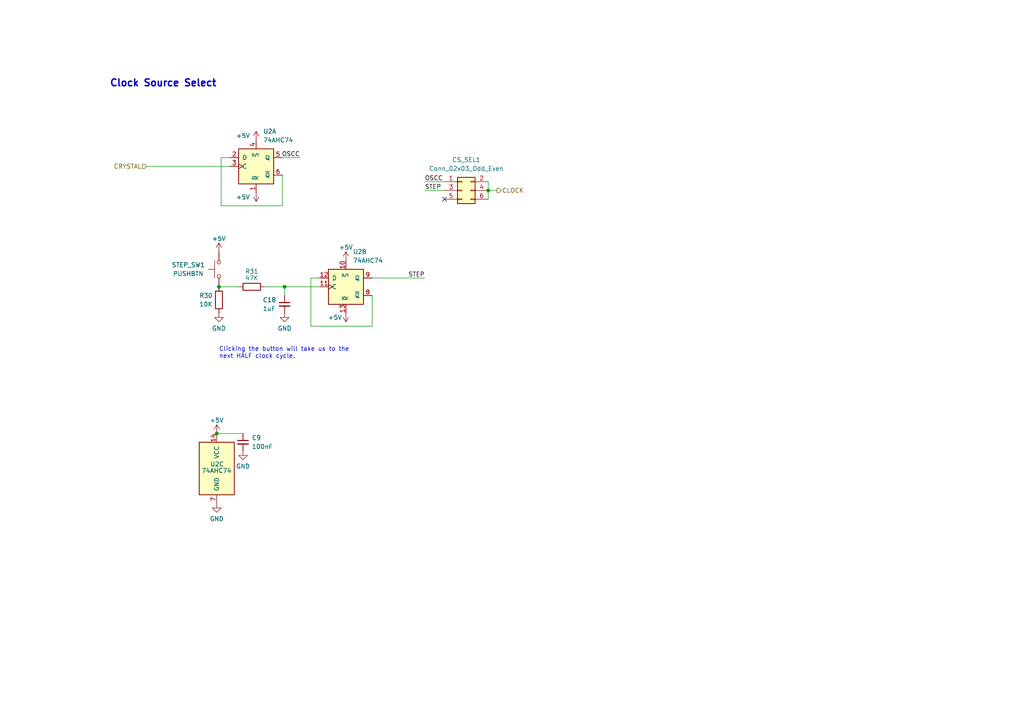
<source format=kicad_sch>
(kicad_sch (version 20211123) (generator eeschema)
  (paper "A4")
  (title_block (title "8puter") (rev "1.0") (company "zrthxn"))
  (lib_symbols
    (symbol "74xx:74HC74" (pin_names (offset 1.016))
      (property "Reference" "U" (at -7.62 8.89 0))
      (property "Value" "74HC74" (at -7.62 -8.89 0))
      (symbol "74HC74_1_0"
        (pin input line (at 0 -7.62 90) (length 2.54) (name "~{R}") (number "1"))
        (pin input line (at -7.62 2.54 0) (length 2.54) (name "D") (number "2"))
        (pin input clock (at -7.62 0 0) (length 2.54) (name "C") (number "3"))
        (pin input line (at 0 7.62 270) (length 2.54) (name "~{S}") (number "4"))
        (pin output line (at 7.62 2.54 180) (length 2.54) (name "Q") (number "5"))
        (pin output line (at 7.62 -2.54 180) (length 2.54) (name "~{Q}") (number "6"))
      )
      (symbol "74HC74_1_1"
        (rectangle (start -5.08 5.08) (end 5.08 -5.08) (stroke (width 0.254)) (fill (type background)))
      )
      (symbol "74HC74_2_0"
        (pin input line (at 0 7.62 270) (length 2.54) (name "~{S}") (number "10"))
        (pin input clock (at -7.62 0 0) (length 2.54) (name "C") (number "11"))
        (pin input line (at -7.62 2.54 0) (length 2.54) (name "D") (number "12"))
        (pin input line (at 0 -7.62 90) (length 2.54) (name "~{R}") (number "13"))
        (pin output line (at 7.62 -2.54 180) (length 2.54) (name "~{Q}") (number "8"))
        (pin output line (at 7.62 2.54 180) (length 2.54) (name "Q") (number "9"))
      )
      (symbol "74HC74_2_1"
        (rectangle (start -5.08 5.08) (end 5.08 -5.08) (stroke (width 0.254)) (fill (type background)))
      )
      (symbol "74HC74_3_0"
        (pin power_in line (at 0 10.16 270) (length 2.54) (name "VCC") (number "14"))
        (pin power_in line (at 0 -10.16 90) (length 2.54) (name "GND") (number "7"))
      )
      (symbol "74HC74_3_1"
        (rectangle (start -5.08 7.62) (end 5.08 -7.62) (stroke (width 0.254)) (fill (type background)))
      )
    )
    (symbol "Connector_Generic:Conn_02x03_Odd_Even" (pin_names (offset 1.016) hide)
      (property "Reference" "J" (at 1.27 5.08 0))
      (property "Value" "Conn_02x03_Odd_Even" (at 1.27 -5.08 0))
      (symbol "Conn_02x03_Odd_Even_1_1"
        (rectangle (start -1.27 -2.413) (end 0 -2.667) (stroke (width 0.1524)))
        (rectangle (start -1.27 0.127) (end 0 -0.127) (stroke (width 0.1524)))
        (rectangle (start -1.27 2.667) (end 0 2.413) (stroke (width 0.1524)))
        (rectangle (start -1.27 3.81) (end 3.81 -3.81) (stroke (width 0.254)) (fill (type background)))
        (rectangle (start 3.81 -2.413) (end 2.54 -2.667) (stroke (width 0.1524)))
        (rectangle (start 3.81 0.127) (end 2.54 -0.127) (stroke (width 0.1524)))
        (rectangle (start 3.81 2.667) (end 2.54 2.413) (stroke (width 0.1524)))
        (pin passive line (at -5.08 2.54 0) (length 3.81) (name "Pin_1") (number "1"))
        (pin passive line (at 7.62 2.54 180) (length 3.81) (name "Pin_2") (number "2"))
        (pin passive line (at -5.08 0 0) (length 3.81) (name "Pin_3") (number "3"))
        (pin passive line (at 7.62 0 180) (length 3.81) (name "Pin_4") (number "4"))
        (pin passive line (at -5.08 -2.54 0) (length 3.81) (name "Pin_5") (number "5"))
        (pin passive line (at 7.62 -2.54 180) (length 3.81) (name "Pin_6") (number "6"))
      )
    )
    (symbol "Device:C_Small" (pin_numbers hide) (pin_names (offset 0.254) hide)
      (property "Reference" "C" (at 0.254 1.778 0))
      (property "Value" "C_Small" (at 0.254 -2.032 0))
      (symbol "C_Small_0_1"
        (polyline (pts (xy -1.524 -0.508) (xy 1.524 -0.508)) (stroke (width 0.3302)))
        (polyline (pts (xy -1.524 0.508) (xy 1.524 0.508)) (stroke (width 0.3048)))
      )
      (symbol "C_Small_1_1"
        (pin passive line (at 0 2.54 270) (length 2.032) (name "~") (number "1"))
        (pin passive line (at 0 -2.54 90) (length 2.032) (name "~") (number "2"))
      )
    )
    (symbol "Device:R" (pin_numbers hide) (pin_names (offset 0))
      (property "Reference" "R" (at 2.032 0 90))
      (property "Value" "R" (at 0 0 90))
      (symbol "R_0_1"
        (rectangle (start -1.016 -2.54) (end 1.016 2.54) (stroke (width 0.254)))
      )
      (symbol "R_1_1"
        (pin passive line (at 0 3.81 270) (length 1.27) (name "~") (number "1"))
        (pin passive line (at 0 -3.81 90) (length 1.27) (name "~") (number "2"))
      )
    )
    (symbol "Switch:SW_Push" (pin_numbers hide) (pin_names (offset 1.016) hide)
      (property "Reference" "SW" (at 1.27 2.54 0))
      (property "Value" "SW_Push" (at 0 -1.524 0))
      (symbol "SW_Push_0_1"
        (circle (center -2.032 0) (radius 0.508))
        (polyline (pts (xy 0 1.27) (xy 0 3.048)))
        (polyline (pts (xy 2.54 1.27) (xy -2.54 1.27)))
        (circle (center 2.032 0) (radius 0.508))
        (pin passive line (at -5.08 0 0) (length 2.54) (name "1") (number "1"))
        (pin passive line (at 5.08 0 180) (length 2.54) (name "2") (number "2"))
      )
    )
    (symbol "power:+5V" (power) (pin_names (offset 0))
      (property "Value" "+5V" (at 0 3.556 0))
      (symbol "+5V_0_1"
        (polyline (pts (xy -0.762 1.27) (xy 0 2.54)))
        (polyline (pts (xy 0 0) (xy 0 2.54)))
        (polyline (pts (xy 0 2.54) (xy 0.762 1.27)))
      )
      (symbol "+5V_1_1"
        (pin power_in line (at 0 0 90) (length 0) hide (name "+5V") (number "1"))
      )
    )
    (symbol "power:GND" (power) (pin_names (offset 0))
      (property "Value" "GND" (at 0 -3.81 0))
      (symbol "GND_0_1"
        (polyline (pts (xy 0 0) (xy 0 -1.27) (xy 1.27 -1.27) (xy 0 -2.54) (xy -1.27 -1.27) (xy 0 -1.27)))
      )
      (symbol "GND_1_1"
        (pin power_in line (at 0 0 270) (length 0) hide (name "GND") (number "1"))
      )
    )
  )
  (junction (at 82.55 83.185))
  (junction (at 141.605 55.245))
  (junction (at 63.5 83.185))
  (junction (at 62.865 125.73))
  (no_connect (at 128.905 57.785))
  (wire (pts (xy 90.17 94.615) (xy 107.95 94.615)))
  (wire (pts (xy 92.71 80.645) (xy 90.17 80.645)))
  (wire (pts (xy 42.545 48.26) (xy 66.675 48.26)))
  (wire (pts (xy 66.675 45.72) (xy 64.135 45.72)))
  (wire (pts (xy 63.5 83.185) (xy 69.215 83.185)))
  (wire (pts (xy 62.865 125.73) (xy 70.485 125.73)))
  (wire (pts (xy 76.835 83.185) (xy 82.55 83.185)))
  (wire (pts (xy 81.915 45.72) (xy 86.995 45.72)))
  (wire (pts (xy 107.95 80.645) (xy 123.19 80.645)))
  (wire (pts (xy 90.17 80.645) (xy 90.17 94.615)))
  (wire (pts (xy 123.19 55.245) (xy 128.905 55.245)))
  (wire (pts (xy 82.55 83.185) (xy 82.55 85.725)))
  (wire (pts (xy 64.135 59.69) (xy 81.915 59.69)))
  (wire (pts (xy 141.605 55.245) (xy 141.605 57.785)))
  (wire (pts (xy 82.55 83.185) (xy 92.71 83.185)))
  (wire (pts (xy 107.95 94.615) (xy 107.95 85.725)))
  (wire (pts (xy 123.19 52.705) (xy 128.905 52.705)))
  (wire (pts (xy 81.915 59.69) (xy 81.915 50.8)))
  (wire (pts (xy 141.605 55.245) (xy 144.145 55.245)))
  (wire (pts (xy 141.605 52.705) (xy 141.605 55.245)))
  (wire (pts (xy 64.135 45.72) (xy 64.135 59.69)))
  (text "Clicking the button will take us to the \nnext HALF clock cycle." (at 63.5 104.14 0) (effects (font (size 1.27 1.27)) (justify left bottom)))
  (text "Clock Source Select" (at 31.75 25.4 0) (effects (font (size 2 2) bold) (justify left bottom)))
  (label "STEP" (at 123.19 55.245 0))
  (label "STEP" (at 123.19 80.645 180))
  (label "OSCC" (at 123.19 52.705 0))
  (label "OSCC" (at 86.995 45.72 180))
  (hierarchical_label "CRYSTAL" (shape input) (at 42.545 48.26 180))
  (hierarchical_label "CLOCK" (shape output) (at 144.145 55.245 0))
  (symbol (lib_id "Connector_Generic:Conn_02x03_Odd_Even") (at 133.985 55.245 0) (unit 1)
    (property "Reference" "CS_SEL1" (at 135.255 46.355 0))
    (property "Value" "Conn_02x03_Odd_Even" (at 135.255 48.895 0))
    (property "Footprint" "Connector_PinHeader_2.00mm:PinHeader_2x03_P2.00mm_Vertical" (effects hide))
  )
  (symbol (lib_id "74xx:74HC74") (at 74.295 48.26 0) (unit 1)
    (property "Reference" "U2" (at 76.3144 38.1 0) (effects (justify left)))
    (property "Value" "74AHC74" (at 76.3144 40.64 0) (effects (justify left)))
    (property "Footprint" "Package_SO:TSSOP-14_4.4x5mm_P0.65mm" (effects hide))
    (property "Datasheet" "https://assets.nexperia.com/documents/data-sheet/74AHC_AHCT74.pdf" (effects hide))
  )
  (symbol (lib_id "74xx:74HC74") (at 100.33 83.185 0) (unit 2)
    (property "Reference" "U2" (at 102.3494 73.025 0) (effects (justify left)))
    (property "Value" "74AHC74" (at 102.3494 75.565 0) (effects (justify left)))
    (property "Footprint" "Package_SO:TSSOP-14_4.4x5mm_P0.65mm" (effects hide))
    (property "Datasheet" "https://assets.nexperia.com/documents/data-sheet/74AHC_AHCT74.pdf" (effects hide))
  )
  (symbol (lib_id "power:+5V") (at 100.33 90.805 180) (unit 1)
    (property "Reference" "#PWR0127" (effects hide))
    (property "Value" "+5V" (at 97.155 92.075 0))
  )
  (symbol (lib_id "power:GND") (at 63.5 90.805 0) (unit 1)
    (property "Reference" "#PWR0122" (effects hide))
    (property "Value" "GND" (at 63.5 95.25 0))
  )
  (symbol (lib_id "Device:C_Small") (at 70.485 128.27 0) (unit 1)
    (property "Reference" "C9" (at 73.025 127.0062 0) (effects (justify left)))
    (property "Value" "100nF" (at 73.025 129.5462 0) (effects (justify left)))
    (property "Footprint" "Capacitor_SMD:C_0805_2012Metric" (effects hide))
  )
  (symbol (lib_id "Device:R") (at 73.025 83.185 90) (unit 1)
    (property "Reference" "R31" (at 73.025 78.74 90))
    (property "Value" "47K" (at 73.025 80.645 90))
    (property "Footprint" "Resistor_SMD:R_0805_2012Metric" (effects hide))
  )
  (symbol (lib_id "power:GND") (at 62.865 146.05 0) (unit 1)
    (property "Reference" "#PWR0142" (effects hide))
    (property "Value" "GND" (at 62.865 150.495 0))
  )
  (symbol (lib_id "power:GND") (at 82.55 90.805 0) (unit 1)
    (property "Reference" "#PWR014" (effects hide))
    (property "Value" "GND" (at 82.55 95.25 0))
  )
  (symbol (lib_id "Switch:SW_Push") (at 63.5 78.105 90) (unit 1)
    (property "Reference" "STEP_SW1" (at 54.61 76.835 90))
    (property "Value" "PUSHBTN" (at 54.61 79.375 90))
    (property "Footprint" "Button_Switch_THT:SW_PUSH_6mm_H13mm" (effects hide))
  )
  (symbol (lib_id "power:GND") (at 70.485 130.81 0) (unit 1)
    (property "Reference" "#PWR0128" (effects hide))
    (property "Value" "GND" (at 70.485 135.255 0))
  )
  (symbol (lib_id "power:+5V") (at 74.295 40.64 0) (unit 1)
    (property "Reference" "#PWR01" (effects hide))
    (property "Value" "+5V" (at 70.485 39.37 0))
  )
  (symbol (lib_id "power:+5V") (at 62.865 125.73 0) (unit 1)
    (property "Reference" "#PWR0143" (effects hide))
    (property "Value" "+5V" (at 62.865 121.92 0))
  )
  (symbol (lib_id "power:+5V") (at 74.295 55.88 180) (unit 1)
    (property "Reference" "#PWR02" (effects hide))
    (property "Value" "+5V" (at 70.485 57.15 0))
  )
  (symbol (lib_id "power:+5V") (at 63.5 73.025 0) (unit 1)
    (property "Reference" "#PWR013" (effects hide))
    (property "Value" "+5V" (at 63.5 69.215 0))
  )
  (symbol (lib_id "power:+5V") (at 100.33 75.565 0) (unit 1)
    (property "Reference" "#PWR0121" (effects hide))
    (property "Value" "+5V" (at 100.33 71.755 0))
  )
  (symbol (lib_id "Device:C_Small") (at 82.55 88.265 0) (unit 1)
    (property "Reference" "C18" (at 76.2 86.995 0) (effects (justify left)))
    (property "Value" "1uF" (at 76.2 89.535 0) (effects (justify left)))
    (property "Footprint" "Capacitor_SMD:C_0805_2012Metric" (effects hide))
  )
  (symbol (lib_id "Device:R") (at 63.5 86.995 180) (unit 1)
    (property "Reference" "R30" (at 57.785 85.725 0) (effects (justify right)))
    (property "Value" "10K" (at 57.785 88.265 0) (effects (justify right)))
    (property "Footprint" "Resistor_SMD:R_0805_2012Metric" (effects hide))
  )
  (symbol (lib_id "74xx:74HC74") (at 62.865 135.89 0) (unit 3)
    (property "Reference" "U2" (at 60.96 134.62 0) (effects (justify left)))
    (property "Value" "74AHC74" (at 58.42 136.525 0) (effects (justify left)))
    (property "Footprint" "Package_SO:TSSOP-14_4.4x5mm_P0.65mm" (effects hide))
    (property "Datasheet" "https://assets.nexperia.com/documents/data-sheet/74AHC_AHCT74.pdf" (effects hide))
  )
)
</source>
